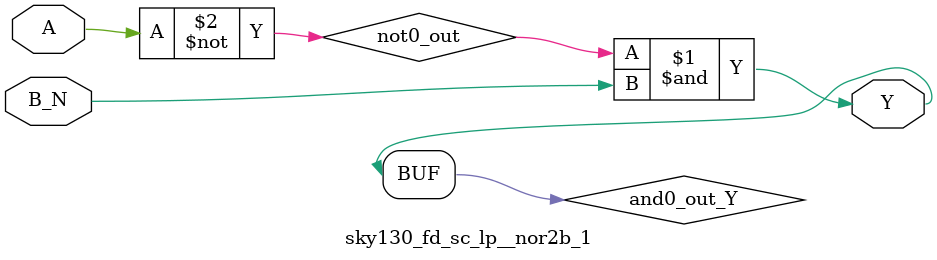
<source format=v>
/*
 * Copyright 2020 The SkyWater PDK Authors
 *
 * Licensed under the Apache License, Version 2.0 (the "License");
 * you may not use this file except in compliance with the License.
 * You may obtain a copy of the License at
 *
 *     https://www.apache.org/licenses/LICENSE-2.0
 *
 * Unless required by applicable law or agreed to in writing, software
 * distributed under the License is distributed on an "AS IS" BASIS,
 * WITHOUT WARRANTIES OR CONDITIONS OF ANY KIND, either express or implied.
 * See the License for the specific language governing permissions and
 * limitations under the License.
 *
 * SPDX-License-Identifier: Apache-2.0
*/


`ifndef SKY130_FD_SC_LP__NOR2B_1_FUNCTIONAL_V
`define SKY130_FD_SC_LP__NOR2B_1_FUNCTIONAL_V

/**
 * nor2b: 2-input NOR, first input inverted.
 *
 *        Y = !(A | B | C | !D)
 *
 * Verilog simulation functional model.
 */

`timescale 1ns / 1ps
`default_nettype none

`celldefine
module sky130_fd_sc_lp__nor2b_1 (
    Y  ,
    A  ,
    B_N
);

    // Module ports
    output Y  ;
    input  A  ;
    input  B_N;

    // Local signals
    wire not0_out  ;
    wire and0_out_Y;

    //  Name  Output      Other arguments
    not not0 (not0_out  , A              );
    and and0 (and0_out_Y, not0_out, B_N  );
    buf buf0 (Y         , and0_out_Y     );

endmodule
`endcelldefine

`default_nettype wire
`endif  // SKY130_FD_SC_LP__NOR2B_1_FUNCTIONAL_V

</source>
